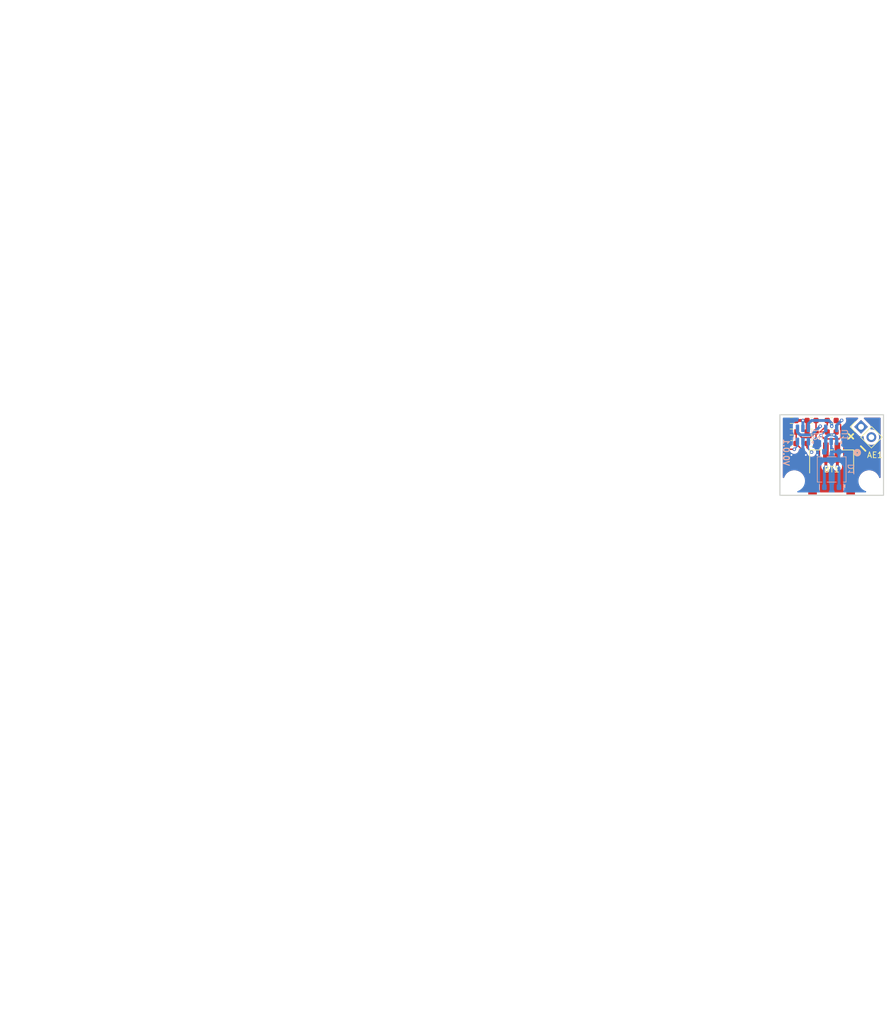
<source format=kicad_pcb>
(kicad_pcb (version 20240108) (generator "pcbnew") (generator_version "8.0")
  (layers (0 "F.Cu" signal) (1 "In1.Cu" signal) (2 "In2.Cu" signal) (31 "B.Cu" signal) (34 "B.Paste" user) (35 "F.Paste" user) (36 "B.SilkS" user "B.Silkscreen") (37 "F.SilkS" user "F.Silkscreen") (38 "B.Mask" user) (39 "F.Mask" user) (44 "Edge.Cuts" user))
  (net 0 "")
  (net 1 "/RF-")
  (net 2 "/RF+")
  (net 3 "V_{B}")
  (net 4 "GND")
  (net 5 "V_{CC}")
  (net 6 "Net-(U1-BP)")
  (net 7 "Net-(U2-TUNE)")
  (net 8 "Net-(BT1--)")
  (net 9 "Net-(BT1-+)")
  (net 10 "Net-(U2-IND)")
  (footprint "Capacitor_SMD:C_0603_1608Metric" (layer "F.Cu") (at 155.5 87)
    (property "Reference" "C2" (hide yes))
    (property "Value" "1u")
    (fp_line (start -0.14058 -0.51) (end 0.14058 -0.51) (stroke (width 0.12)) (layer "F.SilkS"))
    (fp_line (start -0.14058 0.51) (end 0.14058 0.51) (stroke (width 0.12)) (layer "F.SilkS"))
    (pad "1" smd roundrect (at -0.775 0) (size 0.9 0.95) (layers "F.Cu" "F.Paste" "F.Mask") (net 5 "V_{CC}"))
    (pad "2" smd roundrect (at 0.775 0) (size 0.9 0.95) (layers "F.Cu" "F.Paste" "F.Mask") (net 4 "GND"))
  )
  (footprint "locals but working PLEASE:JST_CONN2_1775469-2_TEC" (layer "F.Cu") (at 158.98565 92.5862 180)
    (property "Reference" "BT1" (at -0.01435 -2.9138 0) (layer "F.SilkS"))
    (property "Value" "Battery_Cell" (hide yes))
    (fp_circle (center -4.4577 0) (end -4.0767 0) (stroke (width 0.508)) (fill none) (layer "B.SilkS"))
    (fp_line (start 3.8227 0.471599) (end 3.8227 -3.52806) (stroke (width 0.1524)) (layer "F.SilkS"))
    (fp_line (start 2.252291 -7.377001) (end -2.252291 -7.377001) (stroke (width 0.1524)) (layer "F.SilkS"))
    (fp_line (start 1.828041 0.471599) (end 3.8227 0.471599) (stroke (width 0.1524)) (layer "F.SilkS"))
    (fp_line (start -0.171961 0.471599) (end 0.171961 0.471599) (stroke (width 0.1524)) (layer "F.SilkS"))
    (fp_line (start -3.8227 0.471599) (end -1.828041 0.471599) (stroke (width 0.1524)) (layer "F.SilkS"))
    (fp_line (start -3.8227 -3.52806) (end -3.8227 0.471599) (stroke (width 0.1524)) (layer "F.SilkS"))
    (fp_circle (center -4.4577 0) (end -4.0767 0) (stroke (width 0.508)) (fill none) (layer "F.SilkS"))
    (pad "1" smd rect (at -1.000001 0 180) (size 0.9906 3.5052) (layers "F.Cu" "F.Paste" "F.Mask") (net 9 "Net-(BT1-+)"))
    (pad "2" smd rect (at 1 0 180) (size 0.9906 3.5052) (layers "F.Cu" "F.Paste" "F.Mask") (net 8 "Net-(BT1--)"))
    (pad "3" smd rect (at -3.3147 -5.5626 180) (size 1.4986 3.4036) (layers "F.Cu" "F.Paste" "F.Mask"))
    (pad "4" smd rect (at 3.3147 -5.5626 180) (size 1.4986 3.4036) (layers "F.Cu" "F.Paste" "F.Mask"))
  )
  (footprint "Resistor_SMD:R_0603_1608Metric" (layer "F.Cu") (at 152 89)
    (property "Reference" "R2" (hide yes))
    (property "Value" "R")
    (fp_line (start -0.237258 -0.5225) (end 0.237258 -0.5225) (stroke (width 0.12)) (layer "F.SilkS"))
    (fp_line (start -0.237258 0.5225) (end 0.237258 0.5225) (stroke (width 0.12)) (layer "F.SilkS"))
    (pad "1" smd roundrect (at -0.825 0) (size 0.8 0.95) (layers "F.Cu" "F.Paste" "F.Mask") (net 7 "Net-(U2-TUNE)"))
    (pad "2" smd roundrect (at 0.825 0) (size 0.8 0.95) (layers "F.Cu" "F.Paste" "F.Mask") (net 4 "GND"))
  )
  (footprint "Inductor_SMD:L_0603_1608Metric" (layer "F.Cu") (at 155.5 91)
    (property "Reference" "L1" (hide yes))
    (property "Value" "13n")
    (fp_line (start -0.162779 -0.51) (end 0.162779 -0.51) (stroke (width 0.12)) (layer "F.SilkS"))
    (fp_line (start -0.162779 0.51) (end 0.162779 0.51) (stroke (width 0.12)) (layer "F.SilkS"))
    (pad "1" smd roundrect (at -0.7875 0) (size 0.875 0.95) (layers "F.Cu" "F.Paste" "F.Mask") (net 10 "Net-(U2-IND)"))
    (pad "2" smd roundrect (at 0.7875 0) (size 0.875 0.95) (layers "F.Cu" "F.Paste" "F.Mask") (net 4 "GND"))
  )
  (footprint "Connector_PinHeader_2.54mm:PinHeader_1x02_P2.54mm_Vertical" (layer "F.Cu") (at 164.098439 88.098439 45)
    (property "Reference" "AE1" (at -1.767767 5.164087 0) (layer "F.SilkS"))
    (property "Value" "User Provided" (hide yes))
    (fp_line (start -1.33 -1.33) (end 0 -1.33) (stroke (width 0.12)) (layer "F.SilkS"))
    (fp_line (start -1.33 0) (end -1.33 -1.33) (stroke (width 0.12)) (layer "F.SilkS"))
    (fp_line (start -1.33 1.270001) (end -1.33 3.87) (stroke (width 0.12)) (layer "F.SilkS"))
    (fp_line (start -1.33 1.270001) (end 1.33 1.270001) (stroke (width 0.12)) (layer "F.SilkS"))
    (fp_line (start -1.33 3.87) (end 1.33 3.87) (stroke (width 0.12)) (layer "F.SilkS"))
    (fp_line (start 1.33 1.270001) (end 1.33 3.87) (stroke (width 0.12)) (layer "F.SilkS"))
    (pad "1" thru_hole rect (at 0 0 45) (size 1.7 1.7) (drill 1) (layers "*.Cu" "*.Mask") (net 2 "/RF+"))
    (pad "2" thru_hole oval (at 0 2.54 45) (size 1.7 1.7) (drill 1) (layers "*.Cu" "*.Mask") (net 1 "/RF-"))
  )
  (footprint "MountingHole:MountingHole_3.2mm_M3" (layer "F.Cu") (at 165.5 97.5)
    (property "Reference" "H2" (hide yes))
    (property "Value" "MountingHole" (hide yes))
    (pad "" np_thru_hole circle (at 0 0) (size 3.2 3.2) (drill 3.2) (layers "*.Cu" "*.Mask"))
  )
  (footprint "Capacitor_SMD:C_0603_1608Metric" (layer "F.Cu") (at 159 89 180)
    (property "Reference" "C1" (hide yes))
    (property "Value" "1u")
    (fp_line (start -0.14058 0.51) (end 0.14058 0.51) (stroke (width 0.12)) (layer "F.SilkS"))
    (fp_line (start -0.14058 -0.51) (end 0.14058 -0.51) (stroke (width 0.12)) (layer "F.SilkS"))
    (pad "1" smd roundrect (at -0.775 0 180) (size 0.9 0.95) (layers "F.Cu" "F.Paste" "F.Mask") (net 3 "V_{B}"))
    (pad "2" smd roundrect (at 0.775 0 180) (size 0.9 0.95) (layers "F.Cu" "F.Paste" "F.Mask") (net 4 "GND"))
  )
  (footprint "MountingHole:MountingHole_3.2mm_M3" (layer "F.Cu") (at 152.5 97.5)
    (property "Reference" "H1" (hide yes))
    (property "Value" "MountingHole" (hide yes))
    (pad "" np_thru_hole circle (at 0 0) (size 3.2 3.2) (drill 3.2) (layers "*.Cu" "*.Mask"))
  )
  (footprint "Capacitor_SMD:C_0603_1608Metric" (layer "F.Cu") (at 159 87 180)
    (property "Reference" "C3" (hide yes))
    (property "Value" "0.01u")
    (fp_line (start -0.14058 0.51) (end 0.14058 0.51) (stroke (width 0.12)) (layer "F.SilkS"))
    (fp_line (start -0.14058 -0.51) (end 0.14058 -0.51) (stroke (width 0.12)) (layer "F.SilkS"))
    (pad "1" smd roundrect (at -0.775 0 180) (size 0.9 0.95) (layers "F.Cu" "F.Paste" "F.Mask") (net 6 "Net-(U1-BP)"))
    (pad "2" smd roundrect (at 0.775 0 180) (size 0.9 0.95) (layers "F.Cu" "F.Paste" "F.Mask") (net 4 "GND"))
  )
  (footprint "Resistor_SMD:R_0603_1608Metric" (layer "F.Cu") (at 152 87 180)
    (property "Reference" "R1" (hide yes))
    (property "Value" "R")
    (fp_line (start -0.237258 0.5225) (end 0.237258 0.5225) (stroke (width 0.12)) (layer "F.SilkS"))
    (fp_line (start -0.237258 -0.5225) (end 0.237258 -0.5225) (stroke (width 0.12)) (layer "F.SilkS"))
    (pad "1" smd roundrect (at -0.825 0 180) (size 0.8 0.95) (layers "F.Cu" "F.Paste" "F.Mask") (net 5 "V_{CC}"))
    (pad "2" smd roundrect (at 0.825 0 180) (size 0.8 0.95) (layers "F.Cu" "F.Paste" "F.Mask") (net 7 "Net-(U2-TUNE)"))
  )
  (footprint "Capacitor_SMD:C_0603_1608Metric" (layer "F.Cu") (at 152 91 180)
    (property "Reference" "C5" (hide yes))
    (property "Value" "0.01u")
    (fp_line (start -0.14058 0.51) (end 0.14058 0.51) (stroke (width 0.12)) (layer "F.SilkS"))
    (fp_line (start -0.14058 -0.51) (end 0.14058 -0.51) (stroke (width 0.12)) (layer "F.SilkS"))
    (pad "1" smd roundrect (at -0.775 0 180) (size 0.9 0.95) (layers "F.Cu" "F.Paste" "F.Mask") (net 4 "GND"))
    (pad "2" smd roundrect (at 0.775 0 180) (size 0.9 0.95) (layers "F.Cu" "F.Paste" "F.Mask") (net 7 "Net-(U2-TUNE)"))
  )
  (footprint "Capacitor_SMD:C_0603_1608Metric" (layer "F.Cu") (at 155.5 89)
    (property "Reference" "C4" (hide yes))
    (property "Value" "0.01u")
    (fp_line (start -0.14058 -0.51) (end 0.14058 -0.51) (stroke (width 0.12)) (layer "F.SilkS"))
    (fp_line (start -0.14058 0.51) (end 0.14058 0.51) (stroke (width 0.12)) (layer "F.SilkS"))
    (pad "1" smd roundrect (at -0.775 0) (size 0.9 0.95) (layers "F.Cu" "F.Paste" "F.Mask") (net 5 "V_{CC}"))
    (pad "2" smd roundrect (at 0.775 0) (size 0.9 0.95) (layers "F.Cu" "F.Paste" "F.Mask") (net 4 "GND"))
  )
  (footprint "Package_TO_SOT_SMD:SOT-23-5" (layer "B.Cu") (at 158.9125 89.5 90)
    (property "Reference" "U1" (at 0 2.4 270) (layer "B.SilkS") (effects (justify mirror)))
    (property "Value" "TC2185-3.3VxCTTR")
    (fp_line (start 0.8 -1.56) (end 0 -1.56) (stroke (width 0.12)) (layer "B.SilkS"))
    (fp_line (start -0.8 -1.56) (end 0 -1.56) (stroke (width 0.12)) (layer "B.SilkS"))
    (fp_line (start 0.8 1.56) (end 0 1.56) (stroke (width 0.12)) (layer "B.SilkS"))
    (fp_line (start -0.8 1.56) (end 0 1.56) (stroke (width 0.12)) (layer "B.SilkS"))
    (fp_poly (pts (xy -1.3 1.51) (xy -1.54 1.84) (xy -1.06 1.84) (xy -1.3 1.51)) (stroke (width 0.12)) (fill solid) (layer "B.SilkS"))
    (pad "1" smd roundrect (at -1.1375 0.95 90) (size 1.325 0.6) (layers "B.Cu" "B.Paste" "B.Mask") (net 3 "V_{B}"))
    (pad "2" smd roundrect (at -1.1375 0 90) (size 1.325 0.6) (layers "B.Cu" "B.Paste" "B.Mask") (net 4 "GND"))
    (pad "3" smd roundrect (at -1.1375 -0.95 90) (size 1.325 0.6) (layers "B.Cu" "B.Paste" "B.Mask") (net 3 "V_{B}"))
    (pad "4" smd roundrect (at 1.1375 -0.95 90) (size 1.325 0.6) (layers "B.Cu" "B.Paste" "B.Mask") (net 6 "Net-(U1-BP)"))
    (pad "5" smd roundrect (at 1.1375 0.95 90) (size 1.325 0.6) (layers "B.Cu" "B.Paste" "B.Mask") (net 5 "V_{CC}"))
  )
  (footprint "Package_TO_SOT_SMD:TO-269AA" (layer "B.Cu") (at 158.995 95.505 90)
    (property "Reference" "D1" (at 0 3.4 270) (layer "B.SilkS") (effects (justify mirror)))
    (property "Value" "MB6S")
    (fp_line (start 2.2 -2.5) (end 2.2 -1.7) (stroke (width 0.12)) (layer "B.SilkS"))
    (fp_line (start -2.2 -2.5) (end 2.2 -2.5) (stroke (width 0.12)) (layer "B.SilkS"))
    (fp_line (start -2.2 -1.7) (end -2.2 -2.5) (stroke (width 0.12)) (layer "B.SilkS"))
    (fp_line (start 2.2 -0.8) (end 2.2 0.8) (stroke (width 0.12)) (layer "B.SilkS"))
    (fp_line (start -2.2 -0.8) (end -2.2 0.8) (stroke (width 0.12)) (layer "B.SilkS"))
    (fp_line (start -2.2 2) (end -2.2 2.5) (stroke (width 0.12)) (layer "B.SilkS"))
    (fp_line (start 2.2 2.5) (end 2.2 1.7) (stroke (width 0.12)) (layer "B.SilkS"))
    (fp_line (start -2.2 2.5) (end 2.2 2.5) (stroke (width 0.12)) (layer "B.SilkS"))
    (fp_poly (pts (xy -2.9 2) (xy -3.14 2.33) (xy -2.66 2.33) (xy -2.9 2)) (stroke (width 0.12)) (fill solid) (layer "B.SilkS"))
    (pad "1" smd roundrect (at -3.075 1.27 90) (size 1 0.8) (layers "B.Cu" "B.Paste" "B.Mask") (net 9 "Net-(BT1-+)"))
    (pad "2" smd roundrect (at -3.075 -1.27 90) (size 1 0.8) (layers "B.Cu" "B.Paste" "B.Mask") (net 8 "Net-(BT1--)"))
    (pad "3" smd roundrect (at 3.075 -1.27 90) (size 1 0.8) (layers "B.Cu" "B.Paste" "B.Mask") (net 3 "V_{B}"))
    (pad "4" smd roundrect (at 3.075 1.27 90) (size 1 0.8) (layers "B.Cu" "B.Paste" "B.Mask") (net 4 "GND"))
  )
  (footprint "Package_TO_SOT_SMD:SOT-23-6" (layer "B.Cu") (at 154 89.5 90)
    (property "Reference" "U2" (at 0 2.4 270) (layer "B.SilkS") (effects (justify mirror)))
    (property "Value" "MAX2606")
    (fp_line (start 0.8 -1.56) (end 0 -1.56) (stroke (width 0.12)) (layer "B.SilkS"))
    (fp_line (start -0.8 -1.56) (end 0 -1.56) (stroke (width 0.12)) (layer "B.SilkS"))
    (fp_line (start 0.8 1.56) (end 0 1.56) (stroke (width 0.12)) (layer "B.SilkS"))
    (fp_line (start -0.8 1.56) (end 0 1.56) (stroke (width 0.12)) (layer "B.SilkS"))
    (fp_poly (pts (xy -1.3 1.51) (xy -1.54 1.84) (xy -1.06 1.84) (xy -1.3 1.51)) (stroke (width 0.12)) (fill solid) (layer "B.SilkS"))
    (pad "1" smd roundrect (at -1.1375 0.95 90) (size 1.325 0.6) (layers "B.Cu" "B.Paste" "B.Mask") (net 10 "Net-(U2-IND)"))
    (pad "2" smd roundrect (at -1.1375 0 90) (size 1.325 0.6) (layers "B.Cu" "B.Paste" "B.Mask") (net 4 "GND"))
    (pad "3" smd roundrect (at -1.1375 -0.95 90) (size 1.325 0.6) (layers "B.Cu" "B.Paste" "B.Mask") (net 7 "Net-(U2-TUNE)"))
    (pad "4" smd roundrect (at 1.1375 -0.95 90) (size 1.325 0.6) (layers "B.Cu" "B.Paste" "B.Mask") (net 2 "/RF+"))
    (pad "5" smd roundrect (at 1.1375 0 90) (size 1.325 0.6) (layers "B.Cu" "B.Paste" "B.Mask") (net 5 "V_{CC}"))
    (pad "6" smd roundrect (at 1.1375 0.95 90) (size 1.325 0.6) (layers "B.Cu" "B.Paste" "B.Mask") (net 1 "/RF-"))
  )
  (gr_rect (start 150 86) (end 168 100) (stroke (width 0.2)) (fill none) (layer "Edge.Cuts"))
  (gr_text "V0.0.1" (at 150.5 95 270) (layer "B.SilkS") (effects (font (size 1 1) (thickness 0.2) (bold yes)) (justify left bottom mirror)))
  (gr_text "+ -" (at 161 89.5 315) (layer "F.SilkS") (effects (font (size 1.5 1.5) (thickness 0.3) (bold yes)) (justify left bottom)))
  (via (at 159 88) (size 0.6) (drill 0.3) (layers "F.Cu" "B.Cu") (net 1))
  (segment (start 154.95 87.55) (end 155.5 87) (width 0.5) (layer "B.Cu") (net 1))
  (segment (start 154.95 88.3625) (end 154.95 87.55) (width 0.5) (layer "B.Cu") (net 1))
  (segment (start 159 87.5) (end 159 88) (width 0.5) (layer "B.Cu") (net 1))
  (segment (start 158.5 87) (end 159 87.5) (width 0.5) (layer "B.Cu") (net 1))
  (segment (start 155.5 87) (end 158.5 87) (width 0.5) (layer "B.Cu") (net 1))
  (via (at 157 88) (size 0.6) (drill 0.3) (layers "F.Cu" "B.Cu") (net 2))
  (segment (start 157 88) (end 155.5 89.5) (width 0.5) (layer "B.Cu") (net 2))
  (segment (start 155.5 89.5) (end 153.525001 89.5) (width 0.5) (layer "B.Cu") (net 2))
  (segment (start 153.525001 89.5) (end 153.05 89.024999) (width 0.5) (layer "B.Cu") (net 2))
  (segment (start 153.05 89.024999) (end 153.05 88.3625) (width 0.5) (layer "B.Cu") (net 2))
  (segment (start 159.775 89) (end 159.775 89.112499) (width 0.5) (layer "F.Cu") (net 3))
  (segment (start 159.775 89.112499) (end 159.387499 89.5) (width 0.5) (layer "F.Cu") (net 3))
  (via (at 159.387499 89.5) (size 0.6) (drill 0.3) (layers "F.Cu" "B.Cu") (net 3))
  (segment (start 159.8625 89.975001) (end 159.387499 89.5) (width 0.5) (layer "B.Cu") (net 3))
  (segment (start 157.9625 92.1925) (end 157.725 92.43) (width 0.5) (layer "B.Cu") (net 3))
  (segment (start 159.8625 90.6375) (end 159.8625 89.975001) (width 0.5) (layer "B.Cu") (net 3))
  (segment (start 157.9625 89.975001) (end 157.9625 90.6375) (width 0.5) (layer "B.Cu") (net 3))
  (segment (start 158.437501 89.5) (end 157.9625 89.975001) (width 0.5) (layer "B.Cu") (net 3))
  (segment (start 157.9625 90.6375) (end 157.9625 92.1925) (width 0.5) (layer "B.Cu") (net 3))
  (segment (start 159.387499 89.5) (end 158.437501 89.5) (width 0.5) (layer "B.Cu") (net 3))
  (segment (start 153.8 89.975) (end 152.825 89) (width 0.25) (layer "F.Cu") (net 4))
  (segment (start 152.825 90.95) (end 152.775 91) (width 0.25) (layer "F.Cu") (net 4))
  (segment (start 156.2875 91.7875) (end 156.75 92.25) (width 0.25) (layer "F.Cu") (net 4))
  (segment (start 154.167657 89.975) (end 153.8 89.975) (width 0.25) (layer "F.Cu") (net 4))
  (segment (start 156.275 90.9875) (end 156.2875 91) (width 0.25) (layer "F.Cu") (net 4))
  (segment (start 156.275 89) (end 156.29374 88.98126) (width 0.25) (layer "F.Cu") (net 4))
  (segment (start 157.01874 88.98126) (end 158.225 87.775) (width 0.25) (layer "F.Cu") (net 4))
  (segment (start 156.2875 91) (end 156.2875 91.7875) (width 0.25) (layer "F.Cu") (net 4))
  (segment (start 155.3 89.975) (end 156.275 89) (width 0.25) (layer "F.Cu") (net 4))
  (segment (start 152.775 91) (end 154 92.225) (width 0.25) (layer "F.Cu") (net 4))
  (segment (start 156.275 87) (end 156.275 89) (width 0.25) (layer "F.Cu") (net 4))
  (segment (start 154 92.225) (end 154 92.5) (width 0.25) (layer "F.Cu") (net 4))
  (segment (start 154.167657 89.975) (end 155.3 89.975) (width 0.25) (layer "F.Cu") (net 4))
  (segment (start 156.29374 88.98126) (end 157.01874 88.98126) (width 0.25) (layer "F.Cu") (net 4))
  (segment (start 156.275 89) (end 156.275 90.9875) (width 0.25) (layer "F.Cu") (net 4))
  (segment (start 152.825 89) (end 152.825 90.95) (width 0.25) (layer "F.Cu") (net 4))
  (segment (start 158.20626 88.98126) (end 158.225 89) (width 0.25) (layer "F.Cu") (net 4))
  (segment (start 158.225 87.775) (end 158.225 87) (width 0.25) (layer "F.Cu") (net 4))
  (segment (start 157.01874 88.98126) (end 158.20626 88.98126) (width 0.25) (layer "F.Cu") (net 4))
  (via (at 152 93) (size 0.6) (drill 0.3) (layers "F.Cu" "B.Cu") (net 4))
  (via (at 156.5 93) (size 0.6) (drill 0.3) (layers "F.Cu" "B.Cu") (net 4))
  (via (at 154.5 93) (size 0.6) (drill 0.3) (layers "F.Cu" "B.Cu") (net 4))
  (segment (start 154 90.6375) (end 154 92) (width 0.5) (layer "B.Cu") (net 4))
  (segment (start 158.9125 90.6375) (end 158.9125 91.9125) (width 0.25) (layer "B.Cu") (net 4))
  (segment (start 159.43 92.43) (end 160.265 92.43) (width 0.25) (layer "B.Cu") (net 4))
  (segment (start 158.9125 91.9125) (end 159.43 92.43) (width 0.25) (layer "B.Cu") (net 4))
  (segment (start 152.825 87) (end 154 87) (width 0.5) (layer "F.Cu") (net 5))
  (segment (start 154 87) (end 154.725 87) (width 0.5) (layer "F.Cu") (net 5))
  (segment (start 154.725 87) (end 154.725 89) (width 0.5) (layer "F.Cu") (net 5))
  (via (at 154 87) (size 0.6) (drill 0.3) (layers "F.Cu" "B.Cu") (net 5))
  (via (at 160.725 86.971612) (size 0.6) (drill 0.3) (layers "F.Cu" "B.Cu") (net 5))
  (segment (start 159.8625 87.834112) (end 160.725 86.971612) (width 0.5) (layer "B.Cu") (net 5))
  (segment (start 159.8625 88.3625) (end 159.8625 87.834112) (width 0.5) (layer "B.Cu") (net 5))
  (segment (start 154 88.3625) (end 154 87) (width 0.5) (layer "B.Cu") (net 5))
  (segment (start 160.55 87.775) (end 159.775 87) (width 0.25) (layer "F.Cu") (net 6))
  (segment (start 157.133756 89.60626) (end 157.727496 90.2) (width 0.25) (layer "F.Cu") (net 6))
  (segment (start 157.727496 90.2) (end 160.3 90.2) (width 0.25) (layer "F.Cu") (net 6))
  (segment (start 160.55 89.95) (end 160.55 87.775) (width 0.25) (layer "F.Cu") (net 6))
  (segment (start 160.3 90.2) (end 160.55 89.95) (width 0.25) (layer "F.Cu") (net 6))
  (via (at 157.133756 89.60626) (size 0.6) (drill 0.3) (layers "F.Cu" "B.Cu") (net 6))
  (segment (start 157.9625 88.3625) (end 157.9625 88.777516) (width 0.25) (layer "B.Cu") (net 6))
  (segment (start 157.9625 88.777516) (end 157.133756 89.60626) (width 0.25) (layer "B.Cu") (net 6))
  (segment (start 151.175 90.95) (end 151.225 91) (width 0.25) (layer "F.Cu") (net 7))
  (segment (start 151.5 92) (end 152.5 92) (width 0.25) (layer "F.Cu") (net 7))
  (segment (start 151.175 87) (end 151.175 89) (width 0.25) (layer "F.Cu") (net 7))
  (segment (start 151.225 91.725) (end 151.5 92) (width 0.25) (layer "F.Cu") (net 7))
  (segment (start 151.225 91) (end 151.225 91.725) (width 0.25) (layer "F.Cu") (net 7))
  (segment (start 151.175 89) (end 151.175 90.95) (width 0.25) (layer "F.Cu") (net 7))
  (via (at 152.5 92) (size 0.6) (drill 0.3) (layers "F.Cu" "B.Cu") (net 7))
  (segment (start 153.05 90.6375) (end 153.05 91.45) (width 0.25) (layer "B.Cu") (net 7))
  (segment (start 153.05 91.45) (end 152.5 92) (width 0.25) (layer "B.Cu") (net 7))
  (segment (start 157.98565 92.5862) (end 157.98565 94.98565) (width 0.5) (layer "F.Cu") (net 8))
  (segment (start 157.98565 94.98565) (end 158 95) (width 0.25) (layer "F.Cu") (net 8))
  (via (at 158 95) (size 0.6) (drill 0.3) (layers "F.Cu" "B.Cu") (net 8))
  (segment (start 157.725 95.275) (end 158 95) (width 0.5) (layer "B.Cu") (net 8))
  (segment (start 157.725 98.58) (end 157.725 95.275) (width 0.5) (layer "B.Cu") (net 8))
  (segment (start 159.985651 92.5862) (end 159.985651 94.985651) (width 0.5) (layer "F.Cu") (net 9))
  (segment (start 159.985651 94.985651) (end 160 95) (width 0.25) (layer "F.Cu") (net 9))
  (via (at 160 95) (size 0.6) (drill 0.3) (layers "F.Cu" "B.Cu") (net 9))
  (segment (start 160.265 98.58) (end 160.265 95.265) (width 0.5) (layer "B.Cu") (net 9))
  (segment (start 160.265 95.265) (end 160 95) (width 0.5) (layer "B.Cu") (net 9))
  (segment (start 154.7125 91.7125) (end 155.5 92.5) (width 0.25) (layer "F.Cu") (net 10))
  (segment (start 154.7125 91) (end 154.7125 91.7125) (width 0.25) (layer "F.Cu") (net 10))
  (via (at 155.5 92.5) (size 0.6) (drill 0.3) (layers "F.Cu" "B.Cu") (net 10))
  (segment (start 154.95 91.95) (end 155.5 92.5) (width 0.25) (layer "B.Cu") (net 10))
  (segment (start 154.95 90.6375) (end 154.95 91.95) (width 0.25) (layer "B.Cu") (net 10))
  (zone (net 4) (net_name "GND") (layer "F.Cu") (priority 2) (connect_pads (clearance 0.5)) (min_thickness 0.25) (fill yes (thermal_gap 0.5) (thermal_bridge_width 0.5))
    (polygon (pts (xy 150 100) (xy 168 100) (xy 168 86) (xy 160.5 86) (xy 160.5 90) (xy 157 90) (xy 157 92) (xy 150 92)))
  )
  (zone (net 4) (net_name "GND") (layer "B.Cu") (connect_pads (clearance 0.5)) (min_thickness 0.25) (fill yes (thermal_gap 0.5) (thermal_bridge_width 0.5))
    (polygon (pts (xy 168 86) (xy 150 86) (xy 150 100) (xy 168 100)))
  )
)
</source>
